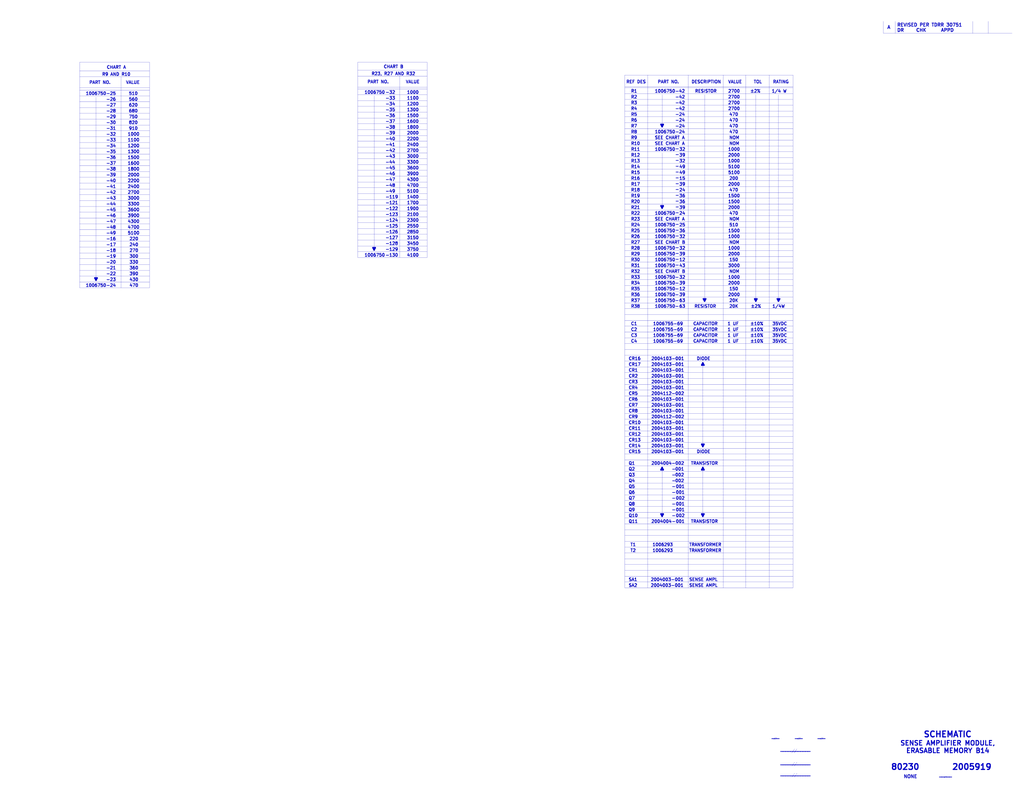
<source format=kicad_sch>
(kicad_sch (version 20211123) (generator eeschema)
  (paper "E")
  (polyline (pts (xy 681.99 286.385) (xy 865.505 286.385)) (stroke (width 0) (type solid)))
  (polyline (pts (xy 86.995 257.175) (xy 163.195 257.175)) (stroke (width 0) (type solid)))
  (polyline (pts (xy 767.08 487.68) (xy 765.81 485.14)) (stroke (width 1.524) (type solid)))
  (polyline (pts (xy 390.525 179.705) (xy 466.09 179.705)) (stroke (width 0) (type solid)))
  (polyline (pts (xy 86.995 193.675) (xy 163.195 193.675)) (stroke (width 0) (type solid)))
  (polyline (pts (xy 1030.4526 849.6046) (xy 1032.9926 847.0646)) (stroke (width 0) (type solid)))
  (polyline (pts (xy 789.305 81.915) (xy 789.305 641.985)) (stroke (width 0) (type solid)))
  (polyline (pts (xy 436.245 83.185) (xy 436.245 281.305)) (stroke (width 0) (type solid)))
  (polyline (pts (xy 722.63 510.54) (xy 721.36 513.08)) (stroke (width 1.524) (type solid)))
  (polyline (pts (xy 768.35 513.08) (xy 767.08 510.54)) (stroke (width 1.524) (type solid)))
  (polyline (pts (xy 681.99 438.785) (xy 865.505 438.785)) (stroke (width 0) (type solid)))
  (polyline (pts (xy 864.0826 848.9696) (xy 867.2576 844.5246)) (stroke (width 0) (type solid)))
  (polyline (pts (xy 86.995 301.625) (xy 163.195 301.625)) (stroke (width 0) (type solid)))
  (polyline (pts (xy 86.995 231.775) (xy 163.195 231.775)) (stroke (width 0) (type solid)))
  (polyline (pts (xy 706.755 641.985) (xy 706.755 81.915)) (stroke (width 0) (type solid)))
  (polyline (pts (xy 681.99 165.735) (xy 865.505 165.735)) (stroke (width 0) (type solid)))
  (polyline (pts (xy 895.1976 807.6946) (xy 897.1026 805.1546)) (stroke (width 0) (type solid)))
  (polyline (pts (xy 681.99 273.685) (xy 865.505 273.685)) (stroke (width 0) (type solid)))
  (polyline (pts (xy 390.525 192.405) (xy 466.09 192.405)) (stroke (width 0) (type solid)))
  (polyline (pts (xy 681.99 483.235) (xy 865.505 483.235)) (stroke (width 0) (type solid)))
  (polyline (pts (xy 86.995 67.945) (xy 86.995 314.325)) (stroke (width 0) (type solid)))
  (polyline (pts (xy 86.995 180.975) (xy 163.195 180.975)) (stroke (width 0) (type solid)))
  (polyline (pts (xy 681.99 381.635) (xy 865.505 381.635)) (stroke (width 0) (type solid)))
  (polyline (pts (xy 768.985 103.505) (xy 768.985 329.565)) (stroke (width 0) (type solid)))
  (polyline (pts (xy 86.995 104.775) (xy 163.195 104.775)) (stroke (width 0) (type solid)))
  (polyline (pts (xy 681.99 349.885) (xy 865.505 349.885)) (stroke (width 0) (type solid)))
  (polyline (pts (xy 681.99 159.385) (xy 865.505 159.385)) (stroke (width 0) (type solid)))
  (polyline (pts (xy 865.505 641.985) (xy 865.505 81.915)) (stroke (width 0) (type solid)))
  (polyline (pts (xy 86.995 238.125) (xy 163.195 238.125)) (stroke (width 0) (type solid)))
  (polyline (pts (xy 681.99 362.585) (xy 865.505 362.585)) (stroke (width 0) (type solid)))
  (polyline (pts (xy 1061.593 23.2918) (xy 1061.593 36.449)) (stroke (width 0) (type solid)))
  (polyline (pts (xy 722.63 510.54) (xy 722.63 564.515)) (stroke (width 0) (type solid)))
  (polyline (pts (xy 681.99 292.735) (xy 865.505 292.735)) (stroke (width 0) (type solid)))
  (polyline (pts (xy 390.525 116.205) (xy 466.09 116.205)) (stroke (width 0) (type solid)))
  (polyline (pts (xy 86.995 263.525) (xy 163.195 263.525)) (stroke (width 0) (type solid)))
  (polyline (pts (xy 104.775 306.07) (xy 103.505 303.53)) (stroke (width 1.524) (type solid)))
  (polyline (pts (xy 1078.5094 23.2664) (xy 1078.5094 36.4236)) (stroke (width 0) (type solid)))
  (polyline (pts (xy 681.99 622.935) (xy 865.505 622.935)) (stroke (width 0) (type solid)))
  (polyline (pts (xy 86.995 67.945) (xy 163.195 67.945)) (stroke (width 0) (type solid)))
  (polyline (pts (xy 826.135 326.39) (xy 824.865 328.93)) (stroke (width 1.524) (type solid)))
  (polyline (pts (xy 390.525 109.855) (xy 466.09 109.855)) (stroke (width 0) (type solid)))
  (polyline (pts (xy 681.99 94.615) (xy 865.505 94.615)) (stroke (width 0) (type solid)))
  (polyline (pts (xy 721.36 224.79) (xy 723.9 224.79)) (stroke (width 1.524) (type solid)))
  (polyline (pts (xy 681.99 572.135) (xy 865.505 572.135)) (stroke (width 0) (type solid)))
  (polyline (pts (xy 681.99 229.235) (xy 865.505 229.235)) (stroke (width 0) (type solid)))
  (polyline (pts (xy 871.7026 807.6946) (xy 873.6076 805.1546)) (stroke (width 0) (type solid)))
  (polyline (pts (xy 681.99 318.135) (xy 865.505 318.135)) (stroke (width 0) (type solid)))
  (polyline (pts (xy 86.995 117.475) (xy 163.195 117.475)) (stroke (width 0) (type solid)))
  (polyline (pts (xy 681.99 464.185) (xy 865.505 464.185)) (stroke (width 0) (type solid)))
  (polyline (pts (xy 132.08 314.325) (xy 132.08 83.82)) (stroke (width 0) (type solid)))
  (polyline (pts (xy 681.99 248.285) (xy 865.505 248.285)) (stroke (width 0) (type solid)))
  (polyline (pts (xy 681.99 502.285) (xy 865.505 502.285)) (stroke (width 0) (type solid)))
  (polyline (pts (xy 390.525 95.25) (xy 466.09 95.25)) (stroke (width 0) (type solid)))
  (polyline (pts (xy 845.6676 807.6946) (xy 847.5726 805.1546)) (stroke (width 0) (type solid)))
  (polyline (pts (xy 163.195 67.945) (xy 163.195 314.325)) (stroke (width 0) (type solid)))
  (polyline (pts (xy 104.775 306.705) (xy 104.775 106.045)) (stroke (width 0) (type solid)))
  (polyline (pts (xy 86.995 98.425) (xy 163.195 98.425)) (stroke (width 0) (type solid)))
  (polyline (pts (xy 681.99 184.785) (xy 865.505 184.785)) (stroke (width 0) (type solid)))
  (polyline (pts (xy 466.09 281.305) (xy 466.09 67.945)) (stroke (width 0) (type solid)))
  (polyline (pts (xy 681.99 343.535) (xy 865.505 343.535)) (stroke (width 0) (type solid)))
  (polyline (pts (xy 765.81 398.78) (xy 768.35 398.78)) (stroke (width 1.524) (type solid)))
  (polyline (pts (xy 681.99 216.535) (xy 865.505 216.535)) (stroke (width 0) (type solid)))
  (polyline (pts (xy 849.63 328.93) (xy 848.36 326.39)) (stroke (width 1.524) (type solid)))
  (polyline (pts (xy 390.525 76.835) (xy 466.09 76.835)) (stroke (width 0) (type solid)))
  (polyline (pts (xy 86.995 225.425) (xy 163.195 225.425)) (stroke (width 0) (type solid)))
  (polyline (pts (xy 390.525 167.005) (xy 466.09 167.005)) (stroke (width 0) (type solid)))
  (polyline (pts (xy 86.995 212.725) (xy 163.195 212.725)) (stroke (width 0) (type solid)))
  (polyline (pts (xy 866.6226 836.9046) (xy 869.7976 832.4596)) (stroke (width 0) (type solid)))
  (polyline (pts (xy 681.99 267.335) (xy 865.505 267.335)) (stroke (width 0) (type solid)))
  (polyline (pts (xy 86.995 142.875) (xy 163.195 142.875)) (stroke (width 0) (type solid)))
  (polyline (pts (xy 681.99 584.835) (xy 865.505 584.835)) (stroke (width 0) (type solid)))
  (polyline (pts (xy 390.525 103.505) (xy 466.09 103.505)) (stroke (width 0) (type solid)))
  (polyline (pts (xy 681.99 337.185) (xy 865.505 337.185)) (stroke (width 0) (type solid)))
  (polyline (pts (xy 86.995 206.375) (xy 163.195 206.375)) (stroke (width 0) (type solid)))
  (polyline (pts (xy 976.9094 23.2664) (xy 976.9094 36.4236)) (stroke (width 0) (type solid)))
  (polyline (pts (xy 681.99 457.835) (xy 865.505 457.835)) (stroke (width 0) (type solid)))
  (polyline (pts (xy 681.99 241.935) (xy 865.505 241.935)) (stroke (width 0) (type solid)))
  (polyline (pts (xy 390.525 160.655) (xy 466.09 160.655)) (stroke (width 0) (type solid)))
  (polyline (pts (xy 86.995 250.825) (xy 163.195 250.825)) (stroke (width 0) (type solid)))
  (polyline (pts (xy 390.525 236.855) (xy 466.09 236.855)) (stroke (width 0) (type solid)))
  (polyline (pts (xy 390.525 211.455) (xy 466.09 211.455)) (stroke (width 0) (type solid)))
  (polyline (pts (xy 86.995 269.875) (xy 163.195 269.875)) (stroke (width 0) (type solid)))
  (polyline (pts (xy 681.99 311.785) (xy 865.505 311.785)) (stroke (width 0) (type solid)))
  (polyline (pts (xy 681.99 495.935) (xy 865.505 495.935)) (stroke (width 0) (type solid)))
  (polyline (pts (xy 896.4676 807.6946) (xy 898.3726 805.1546)) (stroke (width 0) (type solid)))
  (polyline (pts (xy 681.99 451.485) (xy 865.505 451.485)) (stroke (width 0) (type solid)))
  (polyline (pts (xy 767.08 396.24) (xy 765.81 398.78)) (stroke (width 1.524) (type solid)))
  (polyline (pts (xy 839.47 81.915) (xy 839.47 641.985)) (stroke (width 0) (type solid)))
  (polyline (pts (xy 681.99 108.585) (xy 865.505 108.585)) (stroke (width 0) (type solid)))
  (polyline (pts (xy 86.995 244.475) (xy 163.195 244.475)) (stroke (width 0) (type solid)))
  (polyline (pts (xy 681.99 400.685) (xy 865.505 400.685)) (stroke (width 0) (type solid)))
  (polyline (pts (xy 681.99 641.985) (xy 865.505 641.985)) (stroke (width 0) (type solid)))
  (polyline (pts (xy 681.99 514.985) (xy 865.505 514.985)) (stroke (width 0) (type solid)))
  (polyline (pts (xy 681.99 254.635) (xy 865.505 254.635)) (stroke (width 0) (type solid)))
  (polyline (pts (xy 390.525 128.905) (xy 466.09 128.905)) (stroke (width 0) (type solid)))
  (polyline (pts (xy 86.995 219.075) (xy 163.195 219.075)) (stroke (width 0) (type solid)))
  (polyline (pts (xy 721.36 561.34) (xy 723.9 561.34)) (stroke (width 1.524) (type solid)))
  (polyline (pts (xy 681.99 114.935) (xy 865.505 114.935)) (stroke (width 0) (type solid)))
  (polyline (pts (xy 681.99 81.915) (xy 681.99 641.985)) (stroke (width 0) (type solid)))
  (polyline (pts (xy 681.99 305.435) (xy 865.505 305.435)) (stroke (width 0) (type solid)))
  (polyline (pts (xy 407.035 270.51) (xy 409.575 270.51)) (stroke (width 1.524) (type solid)))
  (polyline (pts (xy 681.99 603.885) (xy 865.505 603.885)) (stroke (width 0) (type solid)))
  (polyline (pts (xy 86.995 111.125) (xy 163.195 111.125)) (stroke (width 0) (type solid)))
  (polyline (pts (xy 681.99 203.835) (xy 865.505 203.835)) (stroke (width 0) (type solid)))
  (polyline (pts (xy 723.9 135.89) (xy 722.63 138.43)) (stroke (width 1.524) (type solid)))
  (polyline (pts (xy 765.81 513.08) (xy 768.35 513.08)) (stroke (width 1.524) (type solid)))
  (polyline (pts (xy 681.99 178.435) (xy 865.505 178.435)) (stroke (width 0) (type solid)))
  (polyline (pts (xy 681.99 578.485) (xy 865.505 578.485)) (stroke (width 0) (type solid)))
  (polyline (pts (xy 681.99 140.335) (xy 865.505 140.335)) (stroke (width 0) (type solid)))
  (polyline (pts (xy 681.99 127.635) (xy 865.505 127.635)) (stroke (width 0) (type solid)))
  (polyline (pts (xy 408.305 273.685) (xy 408.305 104.775)) (stroke (width 0) (type solid)))
  (polyline (pts (xy 390.525 268.605) (xy 466.09 268.605)) (stroke (width 0) (type solid)))
  (polyline (pts (xy 390.525 97.155) (xy 466.09 97.155)) (stroke (width 0) (type solid)))
  (polyline (pts (xy 768.985 328.93) (xy 767.715 326.39)) (stroke (width 1.524) (type solid)))
  (polyline (pts (xy 390.525 67.945) (xy 390.525 281.305)) (stroke (width 0) (type solid)))
  (polyline (pts (xy 390.525 205.105) (xy 466.09 205.105)) (stroke (width 0) (type solid)))
  (polyline (pts (xy 86.995 161.925) (xy 163.195 161.925)) (stroke (width 0) (type solid)))
  (polyline (pts (xy 390.525 147.955) (xy 466.09 147.955)) (stroke (width 0) (type solid)))
  (polyline (pts (xy 681.99 419.735) (xy 865.505 419.735)) (stroke (width 0) (type solid)))
  (polyline (pts (xy 681.99 489.585) (xy 865.505 489.585)) (stroke (width 0) (type solid)))
  (polyline (pts (xy 824.865 328.93) (xy 823.595 326.39)) (stroke (width 1.524) (type solid)))
  (polyline (pts (xy 390.525 173.355) (xy 466.09 173.355)) (stroke (width 0) (type solid)))
  (polyline (pts (xy 866.6226 822.2996) (xy 869.7976 817.8546)) (stroke (width 0) (type solid)))
  (polyline (pts (xy 765.81 485.14) (xy 768.35 485.14)) (stroke (width 1.524) (type solid)))
  (polyline (pts (xy 86.995 200.025) (xy 163.195 200.025)) (stroke (width 0) (type solid)))
  (polyline (pts (xy 86.995 288.925) (xy 163.195 288.925)) (stroke (width 0) (type solid)))
  (polyline (pts (xy 864.0826 822.2996) (xy 867.2576 817.8546)) (stroke (width 0) (type solid)))
  (polyline (pts (xy 681.99 445.135) (xy 865.505 445.135)) (stroke (width 0) (type solid)))
  (polyline (pts (xy 767.08 563.88) (xy 765.81 561.34)) (stroke (width 1.524) (type solid)))
  (polyline (pts (xy 681.99 476.885) (xy 865.505 476.885)) (stroke (width 0) (type solid)))
  (polyline (pts (xy 681.99 172.085) (xy 865.505 172.085)) (stroke (width 0) (type solid)))
  (polyline (pts (xy 681.99 394.335) (xy 865.505 394.335)) (stroke (width 0) (type solid)))
  (polyline (pts (xy 767.715 326.39) (xy 770.255 326.39)) (stroke (width 1.524) (type solid)))
  (polyline (pts (xy 390.525 135.255) (xy 466.09 135.255)) (stroke (width 0) (type solid)))
  (polyline (pts (xy 681.99 356.235) (xy 865.505 356.235)) (stroke (width 0) (type solid)))
  (polyline (pts (xy 681.99 299.085) (xy 865.505 299.085)) (stroke (width 0) (type solid)))
  (polyline (pts (xy 390.525 249.555) (xy 466.09 249.555)) (stroke (width 0) (type solid)))
  (polyline (pts (xy 390.525 83.185) (xy 466.09 83.185)) (stroke (width 0) (type solid)))
  (polyline (pts (xy 767.08 510.54) (xy 767.08 564.515)) (stroke (width 0) (type solid)))
  (polyline (pts (xy 721.36 513.08) (xy 723.9 513.08)) (stroke (width 1.524) (type solid)))
  (polyline (pts (xy 681.99 407.035) (xy 865.505 407.035)) (stroke (width 0) (type solid)))
  (polyline (pts (xy 86.995 307.975) (xy 163.195 307.975)) (stroke (width 0) (type solid)))
  (polyline (pts (xy 681.99 616.585) (xy 865.505 616.585)) (stroke (width 0) (type solid)))
  (polyline (pts (xy 86.995 187.325) (xy 163.195 187.325)) (stroke (width 0) (type solid)))
  (polyline (pts (xy 722.63 167.005) (xy 722.63 227.965)) (stroke (width 0) (type solid)))
  (polyline (pts (xy 681.99 324.485) (xy 865.505 324.485)) (stroke (width 0) (type solid)))
  (polyline (pts (xy 681.99 540.385) (xy 865.505 540.385)) (stroke (width 0) (type solid)))
  (polyline (pts (xy 681.99 610.235) (xy 865.505 610.235)) (stroke (width 0) (type solid)))
  (polyline (pts (xy 768.35 485.14) (xy 767.08 487.68)) (stroke (width 1.524) (type solid)))
  (polyline (pts (xy 770.255 326.39) (xy 768.985 328.93)) (stroke (width 1.524) (type solid)))
  (polyline (pts (xy 681.99 102.235) (xy 865.505 102.235)) (stroke (width 0) (type solid)))
  (polyline (pts (xy 86.995 83.82) (xy 163.195 83.82)) (stroke (width 0) (type solid)))
  (polyline (pts (xy 722.63 227.33) (xy 721.36 224.79)) (stroke (width 1.524) (type solid)))
  (polyline (pts (xy 86.995 276.225) (xy 163.195 276.225)) (stroke (width 0) (type solid)))
  (polyline (pts (xy 681.99 280.035) (xy 865.505 280.035)) (stroke (width 0) (type solid)))
  (polyline (pts (xy 848.36 326.39) (xy 850.9 326.39)) (stroke (width 1.524) (type solid)))
  (polyline (pts (xy 681.99 413.385) (xy 865.505 413.385)) (stroke (width 0) (type solid)))
  (polyline (pts (xy 814.07 641.985) (xy 814.07 81.915)) (stroke (width 0) (type solid)))
  (polyline (pts (xy 86.995 95.885) (xy 163.195 95.885)) (stroke (width 0) (type solid)))
  (polyline (pts (xy 850.9 326.39) (xy 849.63 328.93)) (stroke (width 1.524) (type solid)))
  (polyline (pts (xy 681.99 260.985) (xy 865.505 260.985)) (stroke (width 0) (type solid)))
  (polyline (pts (xy 86.995 136.525) (xy 163.195 136.525)) (stroke (width 0) (type solid)))
  (polyline (pts (xy 681.99 635.635) (xy 865.505 635.635)) (stroke (width 0) (type solid)))
  (polyline (pts (xy 681.99 432.435) (xy 865.505 432.435)) (stroke (width 0) (type solid)))
  (polyline (pts (xy 768.35 398.78) (xy 767.08 396.24)) (stroke (width 1.524) (type solid)))
  (polyline (pts (xy 681.99 565.785) (xy 865.505 565.785)) (stroke (width 0) (type solid)))
  (polyline (pts (xy 681.99 330.835) (xy 865.505 330.835)) (stroke (width 0) (type solid)))
  (polyline (pts (xy 390.525 198.755) (xy 466.09 198.755)) (stroke (width 0) (type solid)))
  (polyline (pts (xy 390.525 67.945) (xy 466.09 67.945)) (stroke (width 0) (type solid)))
  (polyline (pts (xy 681.99 81.915) (xy 865.505 81.915)) (stroke (width 0) (type solid)))
  (polyline (pts (xy 390.525 154.305) (xy 466.09 154.305)) (stroke (width 0) (type solid)))
  (polyline (pts (xy 681.99 191.135) (xy 865.505 191.135)) (stroke (width 0) (type solid)))
  (polyline (pts (xy 681.99 133.985) (xy 865.505 133.985)) (stroke (width 0) (type solid)))
  (polyline (pts (xy 86.995 149.225) (xy 163.195 149.225)) (stroke (width 0) (type solid)))
  (polyline (pts (xy 964.2094 23.2664) (xy 964.2094 36.4236)) (stroke (width 0) (type solid)))
  (polyline (pts (xy 866.6226 848.9696) (xy 869.7976 844.5246)) (stroke (width 0) (type solid)))
  (polyline (pts (xy 681.99 508.635) (xy 865.505 508.635)) (stroke (width 0) (type solid)))
  (polyline (pts (xy 723.9 513.08) (xy 722.63 510.54)) (stroke (width 1.524) (type solid)))
  (polyline (pts (xy 86.995 155.575) (xy 163.195 155.575)) (stroke (width 0) (type solid)))
  (polyline (pts (xy 86.995 282.575) (xy 163.195 282.575)) (stroke (width 0) (type solid)))
  (polyline (pts (xy 844.3976 807.6946) (xy 846.3026 805.1546)) (stroke (width 0) (type solid)))
  (polyline (pts (xy 721.36 135.89) (xy 723.9 135.89)) (stroke (width 1.524) (type solid)))
  (polyline (pts (xy 681.99 368.935) (xy 865.505 368.935)) (stroke (width 0) (type solid)))
  (polyline (pts (xy 722.63 138.43) (xy 721.36 135.89)) (stroke (width 1.524) (type solid)))
  (polyline (pts (xy 681.99 527.685) (xy 865.505 527.685)) (stroke (width 0) (type solid)))
  (polyline (pts (xy 86.995 314.325) (xy 163.195 314.325)) (stroke (width 0) (type solid)))
  (polyline (pts (xy 681.99 222.885) (xy 865.505 222.885)) (stroke (width 0) (type solid)))
  (polyline (pts (xy 86.995 123.825) (xy 163.195 123.825)) (stroke (width 0) (type solid)))
  (polyline (pts (xy 864.0826 836.9046) (xy 867.2576 832.4596)) (stroke (width 0) (type solid)))
  (polyline (pts (xy 390.525 274.955) (xy 466.09 274.955)) (stroke (width 0) (type solid)))
  (polyline (pts (xy 765.81 561.34) (xy 768.35 561.34)) (stroke (width 1.524) (type solid)))
  (polyline (pts (xy 390.525 122.555) (xy 466.09 122.555)) (stroke (width 0) (type solid)))
  (polyline (pts (xy 106.045 303.53) (xy 104.775 306.07)) (stroke (width 1.524) (type solid)))
  (polyline (pts (xy 681.99 95.885) (xy 865.505 95.885)) (stroke (width 0) (type solid)))
  (polyline (pts (xy 681.99 153.035) (xy 865.505 153.035)) (stroke (width 0) (type solid)))
  (polyline (pts (xy 681.99 387.985) (xy 865.505 387.985)) (stroke (width 0) (type solid)))
  (polyline (pts (xy 86.995 168.275) (xy 163.195 168.275)) (stroke (width 0) (type solid)))
  (polyline (pts (xy 681.99 210.185) (xy 865.505 210.185)) (stroke (width 0) (type solid)))
  (polyline (pts (xy 681.99 553.085) (xy 865.505 553.085)) (stroke (width 0) (type solid)))
  (polyline (pts (xy 751.205 641.985) (xy 751.205 81.915)) (stroke (width 0) (type solid)))
  (polyline (pts (xy 870.4326 807.6946) (xy 872.3376 805.1546)) (stroke (width 0) (type solid)))
  (polyline (pts (xy 86.995 174.625) (xy 163.195 174.625)) (stroke (width 0) (type solid)))
  (polyline (pts (xy 390.525 281.305) (xy 466.09 281.305)) (stroke (width 0) (type solid)))
  (polyline (pts (xy 681.99 629.285) (xy 865.505 629.285)) (stroke (width 0) (type solid)))
  (polyline (pts (xy 86.995 295.275) (xy 163.195 295.275)) (stroke (width 0) (type solid)))
  (polyline (pts (xy 681.99 597.535) (xy 865.505 597.535)) (stroke (width 0) (type solid)))
  (polyline (pts (xy 681.99 235.585) (xy 865.505 235.585)) (stroke (width 0) (type solid)))
  (polyline (pts (xy 681.99 426.085) (xy 865.505 426.085)) (stroke (width 0) (type solid)))
  (polyline (pts (xy 103.505 303.53) (xy 106.045 303.53)) (stroke (width 1.524) (type solid)))
  (polyline (pts (xy 681.99 375.285) (xy 865.505 375.285)) (stroke (width 0) (type solid)))
  (polyline (pts (xy 681.99 197.485) (xy 865.505 197.485)) (stroke (width 0) (type solid)))
  (polyline (pts (xy 86.995 77.47) (xy 163.195 77.47)) (stroke (width 0) (type solid)))
  (polyline (pts (xy 849.63 103.505) (xy 849.63 329.565)) (stroke (width 0) (type solid)))
  (polyline (pts (xy 390.525 262.255) (xy 466.09 262.255)) (stroke (width 0) (type solid)))
  (polyline (pts (xy 824.865 329.565) (xy 824.865 103.505)) (stroke (width 0) (type solid)))
  (polyline (pts (xy 681.99 559.435) (xy 865.505 559.435)) (stroke (width 0) (type solid)))
  (polyline (pts (xy 681.99 534.035) (xy 865.505 534.035)) (stroke (width 0) (type solid)))
  (polyline (pts (xy 390.525 230.505) (xy 466.09 230.505)) (stroke (width 0) (type solid)))
  (polyline (pts (xy 964.2094 36.3982) (xy 964.2348 36.3982)) (stroke (width 0) (type solid)))
  (polyline (pts (xy 681.99 121.285) (xy 865.505 121.285)) (stroke (width 0) (type solid)))
  (polyline (pts (xy 767.08 510.54) (xy 765.81 513.08)) (stroke (width 1.524) (type solid)))
  (polyline (pts (xy 390.525 217.805) (xy 466.09 217.805)) (stroke (width 0) (type solid)))
  (polyline (pts (xy 767.08 395.605) (xy 767.08 488.315)) (stroke (width 0) (type solid)))
  (polyline (pts (xy 86.995 130.175) (xy 163.195 130.175)) (stroke (width 0) (type solid)))
  (polyline (pts (xy 681.99 470.535) (xy 865.505 470.535)) (stroke (width 0) (type solid)))
  (polyline (pts (xy 681.99 591.185) (xy 865.505 591.185)) (stroke (width 0) (type solid)))
  (polyline (pts (xy 964.2856 36.449) (xy 1104.6206 36.449)) (stroke (width 0) (type solid)))
  (polyline (pts (xy 390.525 186.055) (xy 466.09 186.055)) (stroke (width 0) (type solid)))
  (polyline (pts (xy 390.525 224.155) (xy 466.09 224.155)) (stroke (width 0) (type solid)))
  (polyline (pts (xy 722.63 563.88) (xy 721.36 561.34)) (stroke (width 1.524) (type solid)))
  (polyline (pts (xy 390.525 141.605) (xy 466.09 141.605)) (stroke (width 0) (type solid)))
  (polyline (pts (xy 390.525 243.205) (xy 466.09 243.205)) (stroke (width 0) (type solid)))
  (polyline (pts (xy 409.575 270.51) (xy 408.305 273.05)) (stroke (width 1.524) (type solid)))
  (polyline (pts (xy 681.99 546.735) (xy 865.505 546.735)) (stroke (width 0) (type solid)))
  (polyline (pts (xy 390.525 255.905) (xy 466.09 255.905)) (stroke (width 0) (type solid)))
  (polyline (pts (xy 723.9 224.79) (xy 722.63 227.33)) (stroke (width 1.524) (type solid)))
  (polyline (pts (xy 681.99 146.685) (xy 865.505 146.685)) (stroke (width 0) (type solid)))
  (polyline (pts (xy 408.305 273.05) (xy 407.035 270.51)) (stroke (width 1.524) (type solid)))
  (polyline (pts (xy 722.63 103.505) (xy 722.63 138.43)) (stroke (width 0) (type solid)))
  (polyline (pts (xy 823.595 326.39) (xy 826.135 326.39)) (stroke (width 1.524) (type solid)))
  (polyline (pts (xy 681.99 521.335) (xy 865.505 521.335)) (stroke (width 0) (type solid)))
  (polyline (pts (xy 768.35 561.34) (xy 767.08 563.88)) (stroke (width 1.524) (type solid)))
  (polyline (pts (xy 723.9 561.34) (xy 722.63 563.88)) (stroke (width 1.524) (type solid)))
  (text "Q7" (at 685.8 546.1 0) (effects (font (size 3.302 3.302) (thickness 0.6604) bold) (justify left bottom)))
  (text "32" (at 741.045 165.1 0) (effects (font (size 3.302 3.302) (thickness 0.6604) bold) (justify left bottom)))
  (text "1006750-" (at 714.375 323.85 0) (effects (font (size 3.302 3.302) (thickness 0.6604) bold) (justify left bottom)))
  (text "-" (at 732.79 514.35 0) (effects (font (size 3.302 3.302) (thickness 0.6604) bold) (justify left bottom)))
  (text "2004103-001" (at 710.565 476.25 0) (effects (font (size 3.302 3.302) (thickness 0.6604) bold) (justify left bottom)))
  (text "____________" (at 851.3826 821.0296 0) (effects (font (size 3.556 3.556) (thickness 0.7112) bold) (justify left bottom)))
  (text "3300" (at 139.065 224.79 0) (effects (font (size 3.302 3.302) (thickness 0.6604) bold) (justify left bottom)))
  (text "R17" (at 688.34 203.2 0) (effects (font (size 3.302 3.302) (thickness 0.6604) bold) (justify left bottom)))
  (text "4300" (at 443.865 198.12 0) (effects (font (size 3.302 3.302) (thickness 0.6604) bold) (justify left bottom)))
  (text "2004103-001" (at 710.565 412.75 0) (effects (font (size 3.302 3.302) (thickness 0.6604) bold) (justify left bottom)))
  (text "R7" (at 688.34 139.7 0) (effects (font (size 3.302 3.302) (thickness 0.6604) bold) (justify left bottom)))
  (text "2000" (at 794.385 228.6 0) (effects (font (size 3.302 3.302) (thickness 0.6604) bold) (justify left bottom)))
  (text "-40" (at 420.37 153.67 0) (effects (font (size 3.302 3.302) (thickness 0.6604) bold) (justify left bottom)))
  (text "-30" (at 115.57 135.89 0) (effects (font (size 3.302 3.302) (thickness 0.6604) bold) (justify left bottom)))
  (text "±10%" (at 818.515 355.6 0) (effects (font (size 3.302 3.302) (thickness 0.6604) bold) (justify left bottom)))
  (text "-45" (at 115.57 231.14 0) (effects (font (size 3.302 3.302) (thickness 0.6604) bold) (justify left bottom)))
  (text "2000" (at 794.385 323.85 0) (effects (font (size 3.302 3.302) (thickness 0.6604) bold) (justify left bottom)))
  (text "24" (at 741.045 209.55 0) (effects (font (size 3.302 3.302) (thickness 0.6604) bold) (justify left bottom)))
  (text "-43" (at 115.57 218.44 0) (effects (font (size 3.302 3.302) (thickness 0.6604) bold) (justify left bottom)))
  (text "2004112-002" (at 710.565 457.2 0) (effects (font (size 3.302 3.302) (thickness 0.6604) bold) (justify left bottom)))
  (text "-44" (at 420.37 179.07 0) (effects (font (size 3.302 3.302) (thickness 0.6604) bold) (justify left bottom)))
  (text "CR2" (at 685.8 412.75 0) (effects (font (size 3.302 3.302) (thickness 0.6604) bold) (justify left bottom)))
  (text "-42" (at 736.6 120.65 0) (effects (font (size 3.302 3.302) (thickness 0.6604) bold) (justify left bottom)))
  (text "NOM" (at 795.655 152.4 0) (effects (font (size 3.302 3.302) (thickness 0.6604) bold) (justify left bottom)))
  (text "12" (at 741.045 317.5 0) (effects (font (size 3.302 3.302) (thickness 0.6604) bold) (justify left bottom)))
  (text "35VDC" (at 842.645 368.3 0) (effects (font (size 3.302 3.302) (thickness 0.6604) bold) (justify left bottom)))
  (text "-" (at 736.6 259.715 0) (effects (font (size 3.302 3.302) (thickness 0.6604) bold) (justify left bottom)))
  (text "-20" (at 115.57 288.29 0) (effects (font (size 3.302 3.302) (thickness 0.6604) bold) (justify left bottom)))
  (text "-27" (at 115.57 116.84 0) (effects (font (size 3.302 3.302) (thickness 0.6604) bold) (justify left bottom)))
  (text "1006293" (at 711.835 603.25 0) (effects (font (size 3.302 3.302) (thickness 0.6604) bold) (justify left bottom)))
  (text "3450" (at 443.865 267.97 0) (effects (font (size 3.302 3.302) (thickness 0.6604) bold) (justify left bottom)))
  (text "2400" (at 443.865 160.02 0) (effects (font (size 3.302 3.302) (thickness 0.6604) bold) (justify left bottom)))
  (text "PART NO." (at 717.55 91.44 0) (effects (font (size 3.302 3.302) (thickness 0.6604) bold) (justify left bottom)))
  (text "R28" (at 688.34 273.05 0) (effects (font (size 3.302 3.302) (thickness 0.6604) bold) (justify left bottom)))
  (text "43" (at 741.045 292.1 0) (effects (font (size 3.302 3.302) (thickness 0.6604) bold) (justify left bottom)))
  (text "-" (at 736.6 202.565 0) (effects (font (size 3.302 3.302) (thickness 0.6604) bold) (justify left bottom)))
  (text "PART NO." (at 400.685 91.44 0) (effects (font (size 3.302 3.302) (thickness 0.6604) bold) (justify left bottom)))
  (text "2004003-001" (at 709.93 635 0) (effects (font (size 3.302 3.302) (thickness 0.6604) bold) (justify left bottom)))
  (text "SEE CHART A" (at 714.375 241.3 0) (effects (font (size 3.302 3.302) (thickness 0.6604) bold) (justify left bottom)))
  (text "-48" (at 115.57 250.19 0) (effects (font (size 3.302 3.302) (thickness 0.6604) bold) (justify left bottom)))
  (text "VALUE" (at 442.595 91.44 0) (effects (font (size 3.302 3.302) (thickness 0.6604) bold) (justify left bottom)))
  (text "36" (at 741.045 222.25 0) (effects (font (size 3.302 3.302) (thickness 0.6604) bold) (justify left bottom)))
  (text "4700" (at 443.865 204.47 0) (effects (font (size 3.302 3.302) (thickness 0.6604) bold) (justify left bottom)))
  (text "-16" (at 115.57 262.89 0) (effects (font (size 3.302 3.302) (thickness 0.6604) bold) (justify left bottom)))
  (text "-42" (at 736.6 107.95 0) (effects (font (size 3.302 3.302) (thickness 0.6604) bold) (justify left bottom)))
  (text "1 UF" (at 793.75 361.95 0) (effects (font (size 3.302 3.302) (thickness 0.6604) bold) (justify left bottom)))
  (text "1006750-" (at 714.375 336.55 0) (effects (font (size 3.302 3.302) (thickness 0.6604) bold) (justify left bottom)))
  (text "-31" (at 115.57 142.24 0) (effects (font (size 3.302 3.302) (thickness 0.6604) bold) (justify left bottom)))
  (text "-35" (at 115.57 167.64 0) (effects (font (size 3.302 3.302) (thickness 0.6604) bold) (justify left bottom)))
  (text "-41" (at 420.37 160.02 0) (effects (font (size 3.302 3.302) (thickness 0.6604) bold) (justify left bottom)))
  (text "-" (at 736.6 253.365 0) (effects (font (size 3.302 3.302) (thickness 0.6604) bold) (justify left bottom)))
  (text "-17" (at 115.57 269.24 0) (effects (font (size 3.302 3.302) (thickness 0.6604) bold) (justify left bottom)))
  (text "RATING" (at 843.28 91.44 0) (effects (font (size 3.302 3.302) (thickness 0.6604) bold) (justify left bottom)))
  (text "R36" (at 688.34 323.85 0) (effects (font (size 3.302 3.302) (thickness 0.6604) bold) (justify left bottom)))
  (text "-123" (at 420.37 236.22 0) (effects (font (size 3.302 3.302) (thickness 0.6604) bold) (justify left bottom)))
  (text "DIODE" (at 760.095 393.7 0) (effects (font (size 3.302 3.302) (thickness 0.6604) bold) (justify left bottom)))
  (text "TRANSFORMER" (at 751.84 596.9 0) (effects (font (size 3.302 3.302) (thickness 0.6604) bold) (justify left bottom)))
  (text "1006750" (at 714.375 101.6 0) (effects (font (size 3.302 3.302) (thickness 0.6604) bold) (justify left bottom)))
  (text "39" (at 741.045 279.4 0) (effects (font (size 3.302 3.302) (thickness 0.6604) bold) (justify left bottom)))
  (text "-42" (at 420.37 166.37 0) (effects (font (size 3.302 3.302) (thickness 0.6604) bold) (justify left bottom)))
  (text "-" (at 732.79 527.05 0) (effects (font (size 3.302 3.302) (thickness 0.6604) bold) (justify left bottom)))
  (text "C2" (at 688.34 361.95 0) (effects (font (size 3.302 3.302) (thickness 0.6604) bold) (justify left bottom)))
  (text "CR1" (at 685.8 406.4 0) (effects (font (size 3.302 3.302) (thickness 0.6604) bold) (justify left bottom)))
  (text "-36" (at 115.57 173.99 0) (effects (font (size 3.302 3.302) (thickness 0.6604) bold) (justify left bottom)))
  (text "1500" (at 794.385 222.25 0) (effects (font (size 3.302 3.302) (thickness 0.6604) bold) (justify left bottom)))
  (text "C3" (at 688.34 368.3 0) (effects (font (size 3.302 3.302) (thickness 0.6604) bold) (justify left bottom)))
  (text "R9" (at 688.34 152.4 0) (effects (font (size 3.302 3.302) (thickness 0.6604) bold) (justify left bottom)))
  (text "NOM" (at 795.655 241.3 0) (effects (font (size 3.302 3.302) (thickness 0.6604) bold) (justify left bottom)))
  (text "430" (at 140.97 307.34 0) (effects (font (size 3.302 3.302) (thickness 0.6604) bold) (justify left bottom)))
  (text "2004103-001" (at 710.565 438.15 0) (effects (font (size 3.302 3.302) (thickness 0.6604) bold) (justify left bottom)))
  (text "470" (at 795.655 146.05 0) (effects (font (size 3.302 3.302) (thickness 0.6604) bold) (justify left bottom)))
  (text "1600" (at 139.065 180.34 0) (effects (font (size 3.302 3.302) (thickness 0.6604) bold) (justify left bottom)))
  (text "20K" (at 795.655 336.55 0) (effects (font (size 3.302 3.302) (thickness 0.6604) bold) (justify left bottom)))
  (text "1006750-" (at 714.375 330.2 0) (effects (font (size 3.302 3.302) (thickness 0.6604) bold) (justify left bottom)))
  (text "1500" (at 443.865 128.27 0) (effects (font (size 3.302 3.302) (thickness 0.6604) bold) (justify left bottom)))
  (text "-40" (at 115.57 199.39 0) (effects (font (size 3.302 3.302) (thickness 0.6604) bold) (justify left bottom)))
  (text "-" (at 732.79 533.4 0) (effects (font (size 3.302 3.302) (thickness 0.6604) bold) (justify left bottom)))
  (text "CR4" (at 685.8 425.45 0) (effects (font (size 3.302 3.302) (thickness 0.6604) bold) (justify left bottom)))
  (text "CR16" (at 685.8 393.7 0) (effects (font (size 3.302 3.302) (thickness 0.6604) bold) (justify left bottom)))
  (text "15" (at 741.045 196.85 0) (effects (font (size 3.302 3.302) (thickness 0.6604) bold) (justify left bottom)))
  (text "-" (at 736.6 234.315 0) (effects (font (size 3.302 3.302) (thickness 0.6604) bold) (justify left bottom)))
  (text "1006750" (at 714.375 292.1 0) (effects (font (size 3.302 3.302) (thickness 0.6604) bold) (justify left bottom)))
  (text "CR8" (at 685.8 450.85 0) (effects (font (size 3.302 3.302) (thickness 0.6604) bold) (justify left bottom)))
  (text "1000" (at 794.385 165.1 0) (effects (font (size 3.302 3.302) (thickness 0.6604) bold) (justify left bottom)))
  (text "002" (at 736.6 527.05 0) (effects (font (size 3.302 3.302) (thickness 0.6604) bold) (justify left bottom)))
  (text "330" (at 140.97 288.29 0) (effects (font (size 3.302 3.302) (thickness 0.6604) bold) (justify left bottom)))
  (text "-49" (at 420.37 210.82 0) (effects (font (size 3.302 3.302) (thickness 0.6604) bold) (justify left bottom)))
  (text "R32" (at 688.34 298.45 0) (effects (font (size 3.302 3.302) (thickness 0.6604) bold) (justify left bottom)))
  (text "470" (at 795.655 139.7 0) (effects (font (size 3.302 3.302) (thickness 0.6604) bold) (justify left bottom)))
  (text "-42" (at 115.57 212.09 0) (effects (font (size 3.302 3.302) (thickness 0.6604) bold) (justify left bottom)))
  (text "1800" (at 443.865 140.97 0) (effects (font (size 3.302 3.302) (thickness 0.6604) bold) (justify left bottom)))
  (text "820" (at 140.335 135.89 0) (effects (font (size 3.302 3.302) (thickness 0.6604) bold) (justify left bottom)))
  (text "-24" (at 736.6 139.7 0) (effects (font (size 3.302 3.302) (thickness 0.6604) bold) (justify left bottom)))
  (text "REF DES" (at 683.26 91.44 0) (effects (font (size 3.302 3.302) (thickness 0.6604) bold) (justify left bottom)))
  (text "1100" (at 443.865 109.22 0) (effects (font (size 3.302 3.302) (thickness 0.6604) bold) (justify left bottom)))
  (text "1600" (at 443.865 134.62 0) (effects (font (size 3.302 3.302) (thickness 0.6604) bold) (justify left bottom)))
  (text "R29" (at 688.34 279.4 0) (effects (font (size 3.302 3.302) (thickness 0.6604) bold) (justify left bottom)))
  (text "-" (at 736.6 208.915 0) (effects (font (size 3.302 3.302) (thickness 0.6604) bold) (justify left bottom)))
  (text "R33" (at 688.34 304.8 0) (effects (font (size 3.302 3.302) (thickness 0.6604) bold) (justify left bottom)))
  (text "2004103-001" (at 710.565 469.9 0) (effects (font (size 3.302 3.302) (thickness 0.6604) bold) (justify left bottom)))
  (text "R9 AND R10" (at 111.125 83.185 0) (effects (font (size 3.302 3.302) (thickness 0.6604) bold) (justify left bottom)))
  (text "-" (at 736.6 285.115 0) (effects (font (size 3.302 3.302) (thickness 0.6604) bold) (justify left bottom)))
  (text "CR3" (at 685.8 419.1 0) (effects (font (size 3.302 3.302) (thickness 0.6604) bold) (justify left bottom)))
  (text "Q3" (at 685.8 520.7 0) (effects (font (size 3.302 3.302) (thickness 0.6604) bold) (justify left bottom)))
  (text "1006755-69" (at 712.47 361.95 0) (effects (font (size 3.302 3.302) (thickness 0.6604) bold) (justify left bottom)))
  (text "R6" (at 688.34 133.35 0) (effects (font (size 3.302 3.302) (thickness 0.6604) bold) (justify left bottom)))
  (text "1200" (at 443.865 115.57 0) (effects (font (size 3.302 3.302) (thickness 0.6604) bold) (justify left bottom)))
  (text "2004103-001" (at 710.565 406.4 0) (effects (font (size 3.302 3.302) (thickness 0.6604) bold) (justify left bottom)))
  (text "R18" (at 688.34 209.55 0) (effects (font (size 3.302 3.302) (thickness 0.6604) bold) (justify left bottom)))
  (text "-25" (at 115.57 104.14 0) (effects (font (size 3.302 3.302) (thickness 0.6604) bold) (justify left bottom)))
  (text "1000" (at 794.385 177.8 0) (effects (font (size 3.302 3.302) (thickness 0.6604) bold) (justify left bottom)))
  (text "R23" (at 688.34 241.3 0) (effects (font (size 3.302 3.302) (thickness 0.6604) bold) (justify left bottom)))
  (text "20K" (at 795.655 330.2 0) (effects (font (size 3.302 3.302) (thickness 0.6604) bold) (justify left bottom)))
  (text "R3" (at 688.34 114.3 0) (effects (font (size 3.302 3.302) (thickness 0.6604) bold) (justify left bottom)))
  (text "SEE CHART A" (at 714.375 158.75 0) (effects (font (size 3.302 3.302) (thickness 0.6604) bold) (justify left bottom)))
  (text "1500" (at 794.385 215.9 0) (effects (font (size 3.302 3.302) (thickness 0.6604) bold) (justify left bottom)))
  (text "1000" (at 794.385 260.35 0) (effects (font (size 3.302 3.302) (thickness 0.6604) bold) (justify left bottom)))
  (text "C4" (at 688.34 374.65 0) (effects (font (size 3.302 3.302) (thickness 0.6604) bold) (justify left bottom)))
  (text "2004103-001" (at 710.565 444.5 0) (effects (font (size 3.302 3.302) (thickness 0.6604) bold) (justify left bottom)))
  (text "1000" (at 794.385 273.05 0) (effects (font (size 3.302 3.302) (thickness 0.6604) bold) (justify left bottom)))
  (text "1006755-69" (at 712.47 368.3 0) (effects (font (size 3.302 3.302) (thickness 0.6604) bold) (justify left bottom)))
  (text "1006750-" (at 714.375 304.8 0) (effects (font (size 3.302 3.302) (thickness 0.6604) bold) (justify left bottom)))
  (text "1006750" (at 714.375 146.05 0) (effects (font (size 3.302 3.302) (thickness 0.6604) bold) (justify left bottom)))
  (text "VALUE" (at 137.16 92.075 0) (effects (font (size 3.302 3.302) (thickness 0.6604) bold) (justify left bottom)))
  (text "2000" (at 794.385 171.45 0) (effects (font (size 3.302 3.302) (thickness 0.6604) bold) (justify left bottom)))
  (text "TOL" (at 822.325 91.44 0) (effects (font (size 3.302 3.302) (thickness 0.6604) bold) (justify left bottom)))
  (text "R19" (at 688.34 215.9 0) (effects (font (size 3.302 3.302) (thickness 0.6604) bold) (justify left bottom)))
  (text "Q6" (at 685.8 539.75 0) (effects (font (size 3.302 3.302) (thickness 0.6604) bold) (justify left bottom)))
  (text "Q10" (at 685.8 565.15 0) (effects (font (size 3.302 3.302) (thickness 0.6604) bold) (justify left bottom)))
  (text "002" (at 737.235 565.15 0) (effects (font (size 3.302 3.302) (thickness 0.6604) bold) (justify left bottom)))
  (text "470" (at 140.97 313.69 0) (effects (font (size 3.302 3.302) (thickness 0.6604) bold) (justify left bottom)))
  (text "2200" (at 139.065 199.39 0) (effects (font (size 3.302 3.302) (thickness 0.6604) bold) (justify left bottom)))
  (text "001" (at 737.235 533.4 0) (effects (font (size 3.302 3.302) (thickness 0.6604) bold) (justify left bottom)))
  (text "-" (at 736.6 278.765 0) (effects (font (size 3.302 3.302) (thickness 0.6604) bold) (justify left bottom)))
  (text "-39" (at 115.57 193.04 0) (effects (font (size 3.302 3.302) (thickness 0.6604) bold) (justify left bottom)))
  (text "5100" (at 139.065 256.54 0) (effects (font (size 3.302 3.302) (thickness 0.6604) bold) (justify left bottom)))
  (text "-33" (at 115.57 154.94 0) (effects (font (size 3.302 3.302) (thickness 0.6604) bold) (justify left bottom)))
  (text "CR13" (at 685.8 482.6 0) (effects (font (size 3.302 3.302) (thickness 0.6604) bold) (justify left bottom)))
  (text "-35" (at 420.37 121.92 0) (effects (font (size 3.302 3.302) (thickness 0.6604) bold) (justify left bottom)))
  (text "-46" (at 115.57 237.49 0) (effects (font (size 3.302 3.302) (thickness 0.6604) bold) (justify left bottom)))
  (text "R5" (at 688.34 127 0) (effects (font (size 3.302 3.302) (thickness 0.6604) bold) (justify left bottom)))
  (text "470" (at 795.655 127 0) (effects (font (size 3.302 3.302) (thickness 0.6604) bold) (justify left bottom)))
  (text "±10%" (at 818.515 368.3 0) (effects (font (size 3.302 3.302) (thickness 0.6604) bold) (justify left bottom)))
  (text "5100" (at 794.385 190.5 0) (effects (font (size 3.302 3.302) (thickness 0.6604) bold) (justify left bottom)))
  (text "240" (at 140.97 269.24 0) (effects (font (size 3.302 3.302) (thickness 0.6604) bold) (justify left bottom)))
  (text "63" (at 741.045 336.55 0) (effects (font (size 3.302 3.302) (thickness 0.6604) bold) (justify left bottom)))
  (text "C1" (at 688.34 355.6 0) (effects (font (size 3.302 3.302) (thickness 0.6604) bold) (justify left bottom)))
  (text "2700" (at 443.865 166.37 0) (effects (font (size 3.302 3.302) (thickness 0.6604) bold) (justify left bottom)))
  (text "-" (at 736.6 164.465 0) (effects (font (size 3.302 3.302) (thickness 0.6604) bold) (justify left bottom)))
  (text "R10" (at 688.34 158.75 0) (effects (font (size 3.302 3.302) (thickness 0.6604) bold) (justify left bottom)))
  (text "-47" (at 420.37 198.12 0) (effects (font (size 3.302 3.302) (thickness 0.6604) bold) (justify left bottom)))
  (text "1500" (at 139.065 173.99 0) (effects (font (size 3.302 3.302) (thickness 0.6604) bold) (justify left bottom)))
  (text "±10%" (at 818.515 361.95 0) (effects (font (size 3.302 3.302) (thickness 0.6604) bold) (justify left bottom)))
  (text "1006755-69" (at 712.47 374.65 0) (effects (font (size 3.302 3.302) (thickness 0.6604) bold) (justify left bottom)))
  (text "1/4W" (at 842.645 336.55 0) (effects (font (size 3.302 3.302) (thickness 0.6604) bold) (justify left bottom)))
  (text "1200" (at 139.065 161.29 0) (effects (font (size 3.302 3.302) (thickness 0.6604) bold) (justify left bottom)))
  (text "32" (at 741.045 260.35 0) (effects (font (size 3.302 3.302) (thickness 0.6604) bold) (justify left bottom)))
  (text "R15" (at 688.34 190.5 0) (effects (font (size 3.302 3.302) (thickness 0.6604) bold) (justify left bottom)))
  (text "1 UF" (at 793.75 374.65 0) (effects (font (size 3.302 3.302) (thickness 0.6604) bold) (justify left bottom)))
  (text "-128" (at 420.37 267.97 0) (effects (font (size 3.302 3.302) (thickness 0.6604) bold) (justify left bottom)))
  (text "2000" (at 139.065 193.04 0) (effects (font (size 3.302 3.302) (thickness 0.6604) bold) (justify left bottom)))
  (text "001" (at 737.235 558.8 0) (effects (font (size 3.302 3.302) (thickness 0.6604) bold) (justify left bottom)))
  (text "±10%" (at 818.515 374.65 0) (effects (font (size 3.302 3.302) (thickness 0.6604) bold) (justify left bottom)))
  (text "R30" (at 688.34 285.75 0) (effects (font (size 3.302 3.302) (thickness 0.6604) bold) (justify left bottom)))
  (text "-" (at 736.6 183.515 0) (effects (font (size 3.302 3.302) (thickness 0.6604) bold) (justify left bottom)))
  (text "3000" (at 139.065 218.44 0) (effects (font (size 3.302 3.302) (thickness 0.6604) bold) (justify left bottom)))
  (text "CHART B" (at 418.465 74.93 0) (effects (font (size 3.302 3.302) (thickness 0.6604) bold) (justify left bottom)))
  (text "300" (at 140.97 281.94 0) (effects (font (size 3.302 3.302) (thickness 0.6604) bold) (justify left bottom)))
  (text "3900" (at 139.065 237.49 0) (effects (font (size 3.302 3.302) (thickness 0.6604) bold) (justify left bottom)))
  (text "2004103-001" (at 710.565 425.45 0) (effects (font (size 3.302 3.302) (thickness 0.6604) bold) (justify left bottom)))
  (text "Q11" (at 685.8 571.5 0) (effects (font (size 3.302 3.302) (thickness 0.6604) bold) (justify left bottom)))
  (text "-46" (at 420.37 191.77 0) (effects (font (size 3.302 3.302) (thickness 0.6604) bold) (justify left bottom)))
  (text "SEE CHART A" (at 714.375 152.4 0) (effects (font (size 3.302 3.302) (thickness 0.6604) bold) (justify left bottom)))
  (text "39" (at 741.045 171.45 0) (effects (font (size 3.302 3.302) (thickness 0.6604) bold) (justify left bottom)))
  (text "2100" (at 443.865 236.22 0) (effects (font (size 3.302 3.302) (thickness 0.6604) bold) (justify left bottom)))
  (text "CR7" (at 685.8 444.5 0) (effects (font (size 3.302 3.302) (thickness 0.6604) bold) (justify left bottom)))
  (text "SENSE AMPL" (at 751.84 641.35 0) (effects (font (size 3.302 3.302) (thickness 0.6604) bold) (justify left bottom)))
  (text "32" (at 741.045 273.05 0) (effects (font (size 3.302 3.302) (thickness 0.6604) bold) (justify left bottom)))
  (text "3150" (at 443.865 261.62 0) (effects (font (size 3.302 3.302) (thickness 0.6604) bold) (justify left bottom)))
  (text "CAPACITOR" (at 756.285 374.65 0) (effects (font (size 3.302 3.302) (thickness 0.6604) bold) (justify left bottom)))
  (text "3600" (at 139.065 231.14 0) (effects (font (size 3.302 3.302) (thickness 0.6604) bold) (justify left bottom)))
  (text "R12" (at 688.34 171.45 0) (effects (font (size 3.302 3.302) (thickness 0.6604) bold) (justify left bottom)))
  (text "560" (at 140.335 110.49 0) (effects (font (size 3.302 3.302) (thickness 0.6604) bold) (justify left bottom)))
  (text "-" (at 732.79 558.8 0) (effects (font (size 3.302 3.302) (thickness 0.6604) bold) (justify left bottom)))
  (text "1006750" (at 714.375 260.35 0) (effects (font (size 3.302 3.302) (thickness 0.6604) bold) (justify left bottom)))
  (text "R22" (at 688.34 234.95 0) (effects (font (size 3.302 3.302) (thickness 0.6604) bold) (justify left bottom)))
  (text "1006750-" (at 714.375 311.15 0) (effects (font (size 3.302 3.302) (thickness 0.6604) bold) (justify left bottom)))
  (text "-18" (at 115.57 275.59 0) (effects (font (size 3.302 3.302) (thickness 0.6604) bold) (justify left bottom)))
  (text "NONE" (at 986.0026 850.2396 0) (effects (font (size 3.556 3.556) (thickness 0.7112) bold) (justify left bottom)))
  (text "-41" (at 115.57 205.74 0) (effects (font (size 3.302 3.302) (thickness 0.6604) bold) (justify left bottom)))
  (text "R4" (at 688.34 120.65 0) (effects (font (size 3.302 3.302) (thickness 0.6604) bold) (justify left bottom)))
  (text "-" (at 732.79 539.75 0) (effects (font (size 3.302 3.302) (thickness 0.6604) bold) (justify left bottom)))
  (text "R11" (at 688.34 165.1 0) (effects (font (size 3.302 3.302) (thickness 0.6604) bold) (justify left bottom)))
  (text "R8" (at 688.34 146.05 0) (effects (font (size 3.302 3.302) (thickness 0.6604) bold) (justify left bottom)))
  (text "2004103-001" (at 710.565 482.6 0) (effects (font (size 3.302 3.302) (thickness 0.6604) bold) (justify left bottom)))
  (text "VALUE" (at 794.385 91.44 0) (effects (font (size 3.302 3.302) (thickness 0.6604) bold) (justify left bottom)))
  (text "RESISTOR" (at 757.555 336.55 0) (effects (font (size 3.302 3.302) (thickness 0.6604) bold) (justify left bottom)))
  (text "-" (at 736.6 196.215 0) (effects (font (size 3.302 3.302) (thickness 0.6604) bold) (justify left bottom)))
  (text "-" (at 736.6 227.965 0) (effects (font (size 3.302 3.302) (thickness 0.6604) bold) (justify left bottom)))
  (text "-26" (at 115.57 110.49 0) (effects (font (size 3.302 3.302) (thickness 0.6604) bold) (justify left bottom)))
  (text "63" (at 741.045 330.2 0) (effects (font (size 3.302 3.302) (thickness 0.6604) bold) (justify left bottom)))
  (text "-24" (at 115.57 313.69 0) (effects (font (size 3.302 3.302) (thickness 0.6604) bold) (justify left bottom)))
  (text "-" (at 736.6 221.615 0) (effects (font (size 3.302 3.302) (thickness 0.6604) bold) (justify left bottom)))
  (text "-125" (at 420.37 248.92 0) (effects (font (size 3.302 3.302) (thickness 0.6604) bold) (justify left bottom)))
  (text "2005919" (at 1038.7076 841.3496 0) (effects (font (size 6.35 6.35) (thickness 1.27) bold) (justify left bottom)))
  (text "1006750" (at 714.375 254 0) (effects (font (size 3.302 3.302) (thickness 0.6604) bold) (justify left bottom)))
  (text "1300" (at 443.865 121.92 0) (effects (font (size 3.302 3.302) (thickness 0.6604) bold) (justify left bottom)))
  (text "___" (at 841.8576 807.0596 0) (effects (font (size 3.556 3.556) (thickness 0.7112) bold) (justify left bottom)))
  (text "2000" (at 794.385 203.2 0) (effects (font (size 3.302 3.302) (thickness 0.6604) bold) (justify left bottom)))
  (text "-24" (at 736.6 146.05 0) (effects (font (size 3.302 3.302) (thickness 0.6604) bold) (justify left bottom)))
  (text "39" (at 741.045 311.15 0) (effects (font (size 3.302 3.302) (thickness 0.6604) bold) (justify left bottom)))
  (text "-48" (at 420.37 204.47 0) (effects (font (size 3.302 3.302) (thickness 0.6604) bold) (justify left bottom)))
  (text "CR5" (at 685.8 431.8 0) (effects (font (size 3.302 3.302) (thickness 0.6604) bold) (justify left bottom)))
  (text "001" (at 737.235 571.5 0) (effects (font (size 3.302 3.302) (thickness 0.6604) bold) (justify left bottom)))
  (text "1006750" (at 714.375 234.95 0) (effects (font (size 3.302 3.302) (thickness 0.6604) bold) (justify left bottom)))
  (text "24" (at 741.045 234.95 0) (effects (font (size 3.302 3.302) (thickness 0.6604) bold) (justify left bottom)))
  (text "-" (at 736.6 291.465 0) (effects (font (size 3.302 3.302) (thickness 0.6604) bold) (justify left bottom)))
  (text "Q9" (at 685.8 558.8 0) (effects (font (size 3.302 3.302) (thickness 0.6604) bold) (justify left bottom)))
  (text "-32" (at 115.57 148.59 0) (effects (font (size 3.302 3.302) (thickness 0.6604) bold) (justify left bottom)))
  (text "CR15" (at 685.8 495.3 0) (effects (font (size 3.302 3.302) (thickness 0.6604) bold) (justify left bottom)))
  (text "2700" (at 794.385 107.95 0) (effects (font (size 3.302 3.302) (thickness 0.6604) bold) (justify left bottom)))
  (text "470" (at 795.655 209.55 0) (effects (font (size 3.302 3.302) (thickness 0.6604) bold) (justify left bottom)))
  (text "R31" (at 688.34 292.1 0) (effects (font (size 3.302 3.302) (thickness 0.6604) bold) (justify left bottom)))
  (text "2400" (at 139.065 205.74 0) (effects (font (size 3.302 3.302) (thickness 0.6604) bold) (justify left bottom)))
  (text "REVISED PER TDRR 30751\nDR     CHK      APPD" (at 978.8906 35.179 0) (effects (font (size 3.556 3.556) (thickness 0.7112) bold) (justify left bottom)))
  (text "T2" (at 687.705 603.25 0) (effects (font (size 3.302 3.302) (thickness 0.6604) bold) (justify left bottom)))
  (text "CR12" (at 685.8 476.25 0) (effects (font (size 3.302 3.302) (thickness 0.6604) bold) (justify left bottom)))
  (text "R35" (at 688.34 317.5 0) (effects (font (size 3.302 3.302) (thickness 0.6604) bold) (justify left bottom)))
  (text "3000" (at 443.865 172.72 0) (effects (font (size 3.302 3.302) (thickness 0.6604) bold) (justify left bottom)))
  (text "-39" (at 420.37 147.32 0) (effects (font (size 3.302 3.302) (thickness 0.6604) bold) (justify left bottom)))
  (text "-122" (at 420.37 229.87 0) (effects (font (size 3.302 3.302) (thickness 0.6604) bold) (justify left bottom)))
  (text "R13" (at 688.34 177.8 0) (effects (font (size 3.302 3.302) (thickness 0.6604) bold) (justify left bottom)))
  (text "R21" (at 688.34 228.6 0) (effects (font (size 3.302 3.302) (thickness 0.6604) bold) (justify left bottom)))
  (text "1000" (at 443.865 102.87 0) (effects (font (size 3.302 3.302) (thickness 0.6604) bold) (justify left bottom)))
  (text "Q5" (at 685.8 533.4 0) (effects (font (size 3.302 3.302) (thickness 0.6604) bold) (justify left bottom)))
  (text "-38" (at 115.57 186.69 0) (effects (font (size 3.302 3.302) (thickness 0.6604) bold) (justify left bottom)))
  (text "4100" (at 443.865 280.67 0) (effects (font (size 3.302 3.302) (thickness 0.6604) bold) (justify left bottom)))
  (text "-" (at 732.79 552.45 0) (effects (font (size 3.302 3.302) (thickness 0.6604) bold) (justify left bottom)))
  (text "002" (at 737.235 546.1 0) (effects (font (size 3.302 3.302) (thickness 0.6604) bold) (justify left bottom)))
  (text "1400" (at 443.865 217.17 0) (effects (font (size 3.302 3.302) (thickness 0.6604) bold) (justify left bottom)))
  (text "-126" (at 420.37 255.27 0) (effects (font (size 3.302 3.302) (thickness 0.6604) bold) (justify left bottom)))
  (text "___" (at 892.0226 807.0596 0) (effects (font (size 3.556 3.556) (thickness 0.7112) bold) (justify left bottom)))
  (text "PART NO." (at 97.155 92.075 0) (effects (font (size 3.302 3.302) (thickness 0.6604) bold) (justify left bottom)))
  (text "80230" (at 972.0326 841.3496 0) (effects (font (size 6.35 6.35) (thickness 1.27) bold) (justify left bottom)))
  (text "SA2" (at 685.8 641.35 0) (effects (font (size 3.302 3.302) (thickness 0.6604) bold) (justify left bottom)))
  (text "1006293" (at 711.835 596.9 0) (effects (font (size 3.302 3.302) (thickness 0.6604) bold) (justify left bottom)))
  (text "2004004-002" (at 710.565 508 0) (effects (font (size 3.302 3.302) (thickness 0.6604) bold) (justify left bottom)))
  (text "____________" (at 851.3826 835.6346 0) (effects (font (size 3.556 3.556) (thickness 0.7112) bold) (justify left bottom)))
  (text "-" (at 736.6 215.265 0) (effects (font (size 3.302 3.302) (thickness 0.6604) bold) (justify left bottom)))
  (text "25" (at 741.045 247.65 0) (effects (font (size 3.302 3.302) (thickness 0.6604) bold) (justify left bottom)))
  (text "1300" (at 139.065 167.64 0) (effects (font (size 3.302 3.302) (thickness 0.6604) bold) (justify left bottom)))
  (text "3300" (at 443.865 179.07 0) (effects (font (size 3.302 3.302) (thickness 0.6604) bold) (justify left bottom)))
  (text "CR11" (at 685.8 469.9 0) (effects (font (size 3.302 3.302) (thickness 0.6604) bold) (justify left bottom)))
  (text "3750" (at 443.865 274.32 0) (effects (font (size 3.302 3.302) (thickness 0.6604) bold) (justify left bottom)))
  (text "1700" (at 443.865 223.52 0) (effects (font (size 3.302 3.302) (thickness 0.6604) bold) (justify left bottom)))
  (text "CAPACITOR" (at 756.285 361.95 0) (effects (font (size 3.302 3.302) (thickness 0.6604) bold) (justify left bottom)))
  (text "TRANSISTOR" (at 753.745 508 0) (effects (font (size 3.302 3.302) (thickness 0.6604) bold) (justify left bottom)))
  (text "R34" (at 688.34 311.15 0) (effects (font (size 3.302 3.302) (thickness 0.6604) bold) (justify left bottom)))
  (text "CR10" (at 685.8 463.55 0) (effects (font (size 3.302 3.302) (thickness 0.6604) bold) (justify left bottom)))
  (text "1500" (at 794.385 254 0) (effects (font (size 3.302 3.302) (thickness 0.6604) bold) (justify left bottom)))
  (text "32" (at 741.045 177.8 0) (effects (font (size 3.302 3.302) (thickness 0.6604) bold) (justify left bottom)))
  (text "910" (at 140.335 142.24 0) (effects (font (size 3.302 3.302) (thickness 0.6604) bold) (justify left bottom)))
  (text "1006750-" (at 714.375 317.5 0) (effects (font (size 3.302 3.302) (thickness 0.6604) bold) (justify left bottom)))
  (text "36" (at 741.045 215.9 0) (effects (font (size 3.302 3.302) (thickness 0.6604) bold) (justify left bottom)))
  (text "±2%" (at 818.515 101.6 0) (effects (font (size 3.302 3.302) (thickness 0.6604) bold) (justify left bottom)))
  (text "CR9" (at 685.8 457.2 0) (effects (font (size 3.302 3.302) (thickness 0.6604) bold) (justify left bottom)))
  (text "____________" (at 851.3826 847.6996 0) (effects (font (size 3.556 3.556) (thickness 0.7112) bold) (justify left bottom)))
  (text "1006750" (at 714.375 279.4 0) (effects (font (size 3.302 3.302) (thickness 0.6604) bold) (justify left bottom)))
  (text "NOM" (at 795.655 158.75 0) (effects (font (size 3.302 3.302) (thickness 0.6604) bold) (justify left bottom)))
  (text "R38" (at 688.34 336.55 0) (effects (font (size 3.302 3.302) (thickness 0.6604) bold) (justify left bottom)))
  (text "-47" (at 115.57 243.84 0) (effects (font (size 3.302 3.302) (thickness 0.6604) bold) (justify left bottom)))
  (text "510" (at 795.655 247.65 0) (effects (font (size 3.302 3.302) (thickness 0.6604) bold) (justify left bottom)))
  (text "_____" (at 1024.7376 848.9696 0) (effects (font (size 3.556 3.556) (thickness 0.7112) bold) (justify left bottom)))
  (text "NOM" (at 795.655 298.45 0) (effects (font (size 3.302 3.302) (thickness 0.6604) bold) (justify left bottom)))
  (text "-119" (at 420.37 217.17 0) (effects (font (size 3.302 3.302) (thickness 0.6604) bold) (justify left bottom)))
  (text "T1" (at 687.705 596.9 0) (effects (font (size 3.302 3.302) (thickness 0.6604) bold) (justify left bottom)))
  (text "1006750" (at 397.51 102.87 0) (effects (font (size 3.302 3.302) (thickness 0.6604) bold) (justify left bottom)))
  (text "39" (at 741.045 323.85 0) (effects (font (size 3.302 3.302) (thickness 0.6604) bold) (justify left bottom)))
  (text "2004103-001" (at 710.565 393.7 0) (effects (font (size 3.302 3.302) (thickness 0.6604) bold) (justify left bottom)))
  (text "35VDC" (at 842.645 361.95 0) (effects (font (size 3.302 3.302) (thickness 0.6604) bold) (justify left bottom)))
  (text "1006750" (at 93.345 104.14 0) (effects (font (size 3.302 3.302) (thickness 0.6604) bold) (justify left bottom)))
  (text "-" (at 736.6 170.815 0) (effects (font (size 3.302 3.302) (thickness 0.6604) bold) (justify left bottom)))
  (text "002" (at 736.6 520.7 0) (effects (font (size 3.302 3.302) (thickness 0.6604) bold) (justify left bottom)))
  (text "Q8" (at 685.8 552.45 0) (effects (font (size 3.302 3.302) (thickness 0.6604) bold) (justify left bottom)))
  (text "R14" (at 688.34 184.15 0) (effects (font (size 3.302 3.302) (thickness 0.6604) bold) (justify left bottom)))
  (text "1 UF" (at 793.75 368.3 0) (effects (font (size 3.302 3.302) (thickness 0.6604) bold) (justify left bottom)))
  (text "SENSE AMPLIFIER MODULE," (at 982.1926 814.6796 0) (effects (font (size 5.08 5.08) (thickness 1.016) bold) (justify left bottom)))
  (text "2004103-001" (at 710.565 488.95 0) (effects (font (size 3.302 3.302) (thickness 0.6604) bold) (justify left bottom)))
  (text "36" (at 741.045 254 0) (effects (font (size 3.302 3.302) (thickness 0.6604) bold) (justify left bottom)))
  (text "2004004" (at 710.565 571.5 0) (effects (font (size 3.302 3.302) (thickness 0.6604) bold) (justify left bottom)))
  (text "2004103-001" (at 710.565 463.55 0) (effects (font (size 3.302 3.302) (thickness 0.6604) bold) (justify left bottom)))
  (text "R24" (at 688.34 247.65 0) (effects (font (size 3.302 3.302) (thickness 0.6604) bold) (justify left bottom)))
  (text "1006750" (at 714.375 247.65 0) (effects (font (size 3.302 3.302) (thickness 0.6604) bold) (justify left bottom)))
  (text "2700" (at 794.385 120.65 0) (effects (font (size 3.302 3.302) (thickness 0.6604) bold) (justify left bottom)))
  (text "2200" (at 443.865 153.67 0) (effects (font (size 3.302 3.302) (thickness 0.6604) bold) (justify left bottom)))
  (text "-38" (at 420.37 140.97 0) (effects (font (size 3.302 3.302) (thickness 0.6604) bold) (justify left bottom)))
  (text "CHART A" (at 116.205 75.565 0) (effects (font (size 3.302 3.302) (thickness 0.6604) bold) (justify left bottom)))
  (text "1006750" (at 397.51 280.67 0) (effects (font (size 3.302 3.302) (thickness 0.6604) bold) (justify left bottom)))
  (text "Q1" (at 685.8 508 0) (effects (font (size 3.302 3.302) (thickness 0.6604) bold) (justify left bottom)))
  (text "1006750" (at 93.345 313.69 0) (effects (font (size 3.302 3.302) (thickness 0.6604) bold) (justify left bottom)))
  (text "510" (at 140.335 104.14 0) (effects (font (size 3.302 3.302) (thickness 0.6604) bold) (justify left bottom)))
  (text "49" (at 741.045 190.5 0) (effects (font (size 3.302 3.302) (thickness 0.6604) bold) (justify left bottom)))
  (text "4700" (at 139.065 250.19 0) (effects (font (size 3.302 3.302) (thickness 0.6604) bold) (justify left bottom)))
  (text "CAPACITOR" (at 756.285 355.6 0) (effects (font (size 3.302 3.302) (thickness 0.6604) bold) (justify left bottom)))
  (text "2004112-002" (at 710.565 431.8 0) (effects (font (size 3.302 3.302) (thickness 0.6604) bold) (justify left bottom)))
  (text "SCHEMATIC" (at 1007.5926 805.7896 0) (effects (font (size 6.35 6.35) (thickness 1.27) bold) (justify left bottom)))
  (text "RESISTOR" (at 758.19 101.6 0) (effects (font (size 3.302 3.302) (thickness 0.6604) bold) (justify left bottom)))
  (text "3600" (at 443.865 185.42 0) (effects (font (size 3.302 3.302) (thickness 0.6604) bold) (justify left bottom)))
  (text "1800" (at 139.065 186.69 0) (effects (font (size 3.302 3.302) (thickness 0.6604) bold) (justify left bottom)))
  (text "3000" (at 794.385 292.1 0) (effects (font (size 3.302 3.302) (thickness 0.6604) bold) (justify left bottom)))
  (text "35VDC" (at 842.645 355.6 0) (effects (font (size 3.302 3.302) (thickness 0.6604) bold) (justify left bottom)))
  (text "620" (at 140.335 116.84 0) (effects (font (size 3.302 3.302) (thickness 0.6604) bold) (justify left bottom)))
  (text "1100" (at 139.065 154.94 0) (effects (font (size 3.302 3.302) (thickness 0.6604) bold) (justify left bottom)))
  (text "680" (at 140.335 123.19 0) (effects (font (size 3.302 3.302) (thickness 0.6604) bold) (justify left bottom)))
  (text "4300" (at 139.065 243.84 0) (effects (font (size 3.302 3.302) (thickness 0.6604) bold) (justify left bottom)))
  (text "-19" (at 115.57 281.94 0) (effects (font (size 3.302 3.302) (thickness 0.6604) bold) (justify left bottom)))
  (text "470" (at 795.655 234.95 0) (effects (font (size 3.302 3.302) (thickness 0.6604) bold) (justify left bottom)))
  (text "001" (at 737.235 552.45 0) (effects (font (size 3.302 3.302) (thickness 0.6604) bold) (justify left bottom)))
  (text "-127" (at 420.37 261.62 0) (effects (font (size 3.302 3.302) (thickness 0.6604) bold) (justify left bottom)))
  (text "-36" (at 420.37 128.27 0) (effects (font (size 3.302 3.302) (thickness 0.6604) bold) (justify left bottom)))
  (text "2004103-001" (at 710.565 495.3 0) (effects (font (size 3.302 3.302) (thickness 0.6604) bold) (justify left bottom)))
  (text "-42" (at 736.6 101.6 0) (effects (font (size 3.302 3.302) (thickness 0.6604) bold) (justify left bottom)))
  (text "-34" (at 115.57 161.29 0) (effects (font (size 3.302 3.302) (thickness 0.6604) bold) (justify left bottom)))
  (text "TRANSISTOR" (at 753.745 571.5 0) (effects (font (size 3.302 3.302) (thickness 0.6604) bold) (justify left bottom)))
  (text "R16" (at 688.34 196.85 0) (effects (font (size 3.302 3.302) (thickness 0.6604) bold) (justify left bottom)))
  (text "R26" (at 688.34 260.35 0) (effects (font (size 3.302 3.302) (thickness 0.6604) bold) (justify left bottom)))
  (text "R37" (at 688.34 330.2 0) (effects (font (size 3.302 3.302) (thickness 0.6604) bold) (justify left bottom)))
  (text "-121" (at 420.37 223.52 0) (effects (font (size 3.302 3.302) (thickness 0.6604) bold) (justify left bottom)))
  (text "2000" (at 794.385 311.15 0) (effects (font (size 3.302 3.302) (thickness 0.6604) bold) (justify left bottom)))
  (text "2004103-001" (at 710.565 450.85 0) (effects (font (size 3.302 3.302) (thickness 0.6604) bold) (justify left bottom)))
  (text "-42" (at 736.6 114.3 0) (effects (font (size 3.302 3.302) (thickness 0.6604) bold) (justify left bottom)))
  (text "SEE CHART B" (at 714.375 266.7 0) (effects (font (size 3.302 3.302) (thickness 0.6604) bold) (justify left bottom)))
  (text "39" (at 741.045 228.6 0) (effects (font (size 3.302 3.302) (thickness 0.6604) bold) (justify left bottom)))
  (text "Q4" (at 685.8 527.05 0) (effects (font (size 3.302 3.302) (thickness 0.6604) bold) (justify left bottom)))
  (text "CR14" (at 685.8 488.95 0) (effects (font (size 3.302 3.302) (thickness 0.6604) bold) (justify left bottom)))
  (text "1006755-69" (at 712.47 355.6 0) (effects (font (size 3.302 3.302) (thickness 0.6604) bold) (justify left bottom)))
  (text "2000" (at 443.865 147.32 0) (effects (font (size 3.302 3.302) (thickness 0.6604) bold) (justify left bottom)))
  (text "SEE CHART B" (at 714.375 298.45 0) (effects (font (size 3.302 3.302) (thickness 0.6604) bold) (justify left bottom)))
  (text "-34" (at 420.37 115.57 0) (effects (font (size 3.302 3.302) (thickness 0.6604) bold) (justify left bottom)))
  (text "DIODE" (at 760.095 495.3 0) (effects (font (size 3.302 3.302) (thickness 0.6604) bold) (justify left bottom)))
  (text "1006750" (at 714.375 285.75 0) (effects (font (size 3.302 3.302) (thickness 0.6604) bold) (justify left bottom)))
  (text "2300" (at 443.865 242.57 0) (effects (font (size 3.302 3.302) (thickness 0.6604) bold) (justify left bottom)))
  (text "-37" (at 420.37 134.62 0) (effects (font (size 3.302 3.302) (thickness 0.6604) bold) (justify left bottom)))
  (text "-" (at 732.79 565.15 0) (effects (font (size 3.302 3.302) (thickness 0.6604) bold) (justify left bottom)))
  (text "Q2" (at 685.8 514.35 0) (effects (font (size 3.302 3.302) (thickness 0.6604) bold) (justify left bottom)))
  (text "-" (at 732.79 546.1 0) (effects (font (size 3.302 3.302) (thickness 0.6604) bold) (justify left bottom)))
  (text "-" (at 736.6 272.415 0) (effects (font (size 3.302 3.302) (thickness 0.6604) bold) (justify left bottom)))
  (text "R2" (at 688.34 107.95 0) (effects (font (size 3.302 3.302) (thickness 0.6604) bold) (justify left bottom)))
  (text "-24" (at 736.6 133.35 0) (effects (font (size 3.302 3.302) (thickness 0.6604) bold) (justify left bottom)))
  (text "5100" (at 443.865 210.82 0) (effects (font (size 3.302 3.302) (thickness 0.6604) bold) (justify left bottom)))
  (text "-29" (at 115.57 129.54 0) (effects (font (size 3.302 3.302) (thickness 0.6604) bold) (justify left bottom)))
  (text "CAPACITOR" (at 756.285 368.3 0) (effects (font (size 3.302 3.302) (thickness 0.6604) bold) (justify left bottom)))
  (text "CR17" (at 685.8 400.05 0) (effects (font (size 3.302 3.302) (thickness 0.6604) bold) (justify left bottom)))
  (text "2700" (at 139.065 212.09 0) (effects (font (size 3.302 3.302) (thickness 0.6604) bold) (justify left bottom)))
  (text "39" (at 741.045 203.2 0) (effects (font (size 3.302 3.302) (thickness 0.6604) bold) (justify left bottom)))
  (text "2004103-001" (at 710.565 400.05 0) (effects (font (size 3.302 3.302) (thickness 0.6604) bold) (justify left bottom)))
  (text "270" (at 140.97 275.59 0) (effects (font (size 3.302 3.302) (thickness 0.6604) bold) (justify left bottom)))
  (text "CR6" (at 685.8 438.15 0) (effects (font (size 3.302 3.302) (thickness 0.6604) bold) (justify left bottom)))
  (text "-" (at 736.6 247.015 0) (effects (font (size 3.302 3.302) (thickness 0.6604) bold) (justify left bottom)))
  (text "-24" (at 736.6 127 0) (effects (font (size 3.302 3.302) (thickness 0.6604) bold) (justify left bottom)))
  (text "-21" (at 115.57 294.64 0) (effects (font (size 3.302 3.302) (thickness 0.6604) bold) (justify left bottom)))
  (text "220" (at 140.97 262.89 0) (effects (font (size 3.302 3.302) (thickness 0.6604) bold) (justify left bottom)))
  (text "200" (at 795.655 196.85 0) (effects (font (size 3.302 3.302) (thickness 0.6604) bold) (justify left bottom)))
  (text "-23" (at 115.57 307.34 0) (effects (font (size 3.302 3.302) (thickness 0.6604) bold) (justify left bottom)))
  (text "-32" (at 420.37 102.87 0) (effects (font (size 3.302 3.302) (thickness 0.6604) bold) (justify left bottom)))
  (text "1/4 W" (at 842.01 101.6 0) (effects (font (size 3.302 3.302) (thickness 0.6604) bold) (justify left bottom)))
  (text "-129" (at 420.37 274.32 0) (effects (font (size 3.302 3.302) (thickness 0.6604) bold) (justify left bottom)))
  (text "-49" (at 115.57 256.54 0) (effects (font (size 3.302 3.302) (thickness 0.6604) bold) (justify left bottom)))
  (text "1006750" (at 714.375 273.05 0) (effects (font (size 3.302 3.302) (thickness 0.6604) bold) (justify left bottom)))
  (text "150" (at 795.655 285.75 0) (effects (font (size 3.302 3.302) (thickness 0.6604) bold) (justify left bottom)))
  (text "-45" (at 420.37 185.42 0) (effects (font (size 3.302 3.302) (thickness 0.6604) bold) (justify left bottom)))
  (text "-44" (at 115.57 224.79 0) (effects (font (size 3.302 3.302) (thickness 0.6604) bold) (justify left bottom)))
  (text "-43" (at 420.37 172.72 0) (effects (font (size 3.302 3.302) (thickness 0.6604) bold) (justify left bottom)))
  (text "-28" (at 115.57 123.19 0) (effects (font (size 3.302 3.302) (thickness 0.6604) bold) (justify left bottom)))
  (text "-130" (at 420.37 280.67 0) (effects (font (size 3.302 3.302) (thickness 0.6604) bold) (justify left bottom)))
  (text "2700" (at 794.385 101.6 0) (effects (font (size 3.302 3.302) (thickness 0.6604) bold) (justify left bottom)))
  (text "001" (at 736.6 514.35 0) (effects (font (size 3.302 3.302) (thickness 0.6604) bold) (justify left bottom)))
  (text "-22" (at 115.57 300.99 0) (effects (font (size 3.302 3.302) (thickness 0.6604) bold) (justify left bottom)))
  (text "R27" (at 688.34 266.7 0) (effects (font (size 3.302 3.302) (thickness 0.6604) bold) (justify left bottom)))
  (text "R23, R27 AND R32" (at 405.13 82.55 0) (effects (font (size 3.302 3.302) (thickness 0.6604) bold) (justify left bottom)))
  (text "35VDC" (at 842.645 374.65 0) (effects (font (size 3.302 3.302) (thickness 0.6604) bold) (justify left bottom)))
  (text "1000" (at 794.385 304.8 0) (effects (font (size 3.302 3.302) (thickness 0.6604) bold) (justify left bottom)))
  (text "1 UF" (at 793.75 355.6 0) (effects (font (size 3.302 3.302) (thickness 0.6604) bold) (justify left bottom)))
  (text "1900" (at 443.865 229.87 0) (effects (font (size 3.302 3.302) (thickness 0.6604) bold) (justify left bottom)))
  (text "2004003-001" (at 709.93 641.35 0) (effects (font (size 3.302 3.302) (thickness 0.6604) bold) (justify left bottom)))
  (text "2700" (at 794.385 114.3 0) (effects (font (size 3.302 3.302) (thickness 0.6604) bold) (justify left bottom)))
  (text "2004103-001" (at 710.565 419.1 0) (effects (font (size 3.302 3.302) (thickness 0.6604) bold) (justify left bottom)))
  (text "-37" (at 115.57 180.34 0) (effects (font (size 3.302 3.302) (thickness 0.6604) bold) (justify left bottom)))
  (text "1000" (at 139.065 148.59 0) (effects (font (size 3.302 3.302) (thickness 0.6604) bold) (justify left bottom)))
  (text "A" (at 968.0956 32.004 0) (effects (font (size 3.556 3.556) (thickness 0.7112) bold) (justify left bottom)))
  (text "___" (at 867.2576 807.0596 0) (effects (font (size 3.556 3.556) (thickness 0.7112) bold) (justify left bottom)))
  (text "5100" (at 794.385 184.15 0) (effects (font (size 3.302 3.302) (thickness 0.6604) bold) (justify left bottom)))
  (text "R20" (at 688.34 222.25 0) (effects (font (size 3.302 3.302) (thickness 0.6604) bold) (justify left bottom)))
  (text "390" (at 140.97 300.99 0) (effects (font (size 3.302 3.302) (thickness 0.6604) bold) (justify left bottom)))
  (text "-33" (at 420.37 109.22 0) (effects (font (size 3.302 3.302) (thickness 0.6604) bold) (justify left bottom)))
  (text "-" (at 732.79 571.5 0) (effects (font (size 3.302 3.302) (thickness 0.6604) bold) (justify left bottom)))
  (text "3900" (at 443.865 191.77 0) (effects (font (size 3.302 3.302) (thickness 0.6604) bold) (justify left bottom)))
  (text "001" (at 737.235 539.75 0) (effects (font (size 3.302 3.302) (thickness 0.6604) bold) (justify left bottom)))
  (text "TRANSFORMER" (at 751.84 603.25 0) (effects (font (size 3.302 3.302) (thickness 0.6604) bold) (justify left bottom)))
  (text "2000" (at 794.385 279.4 0) (effects (font (size 3.302 3.302) (thickness 0.6604) bold) (justify left bottom)))
  (text "750" (at 140.335 129.54 0) (effects (font (size 3.302 3.302) (thickness 0.6604) bold) (justify left bottom)))
  (text "360" (at 140.97 294.64 0) (effects (font (size 3.302 3.302) (thickness 0.6604) bold) (justify left bottom)))
  (text "150" (at 795.655 317.5 0) (effects (font (size 3.302 3.302) (thickness 0.6604) bold) (justify left bottom)))
  (text "2550" (at 443.865 248.92 0) (effects (font (size 3.302 3.302) (thickness 0.6604) bold) (justify left bottom)))
  (text "1006750" (at 714.375 165.1 0) (effects (font (size 3.302 3.302) (thickness 0.6604) bold) (justify left bottom)))
  (text "SA1" (at 685.8 635 0) (effects (font (size 3.302 3.302) (thickness 0.6604) bold) (justify left bottom)))
  (text "-" (at 736.6 177.165 0) (effects (font (size 3.302 3.302) (thickness 0.6604) bold) (justify left bottom)))
  (text "DESCRIPTION" (at 754.38 91.44 0) (effects (font (size 3.302 3.302) (thickness 0.6604) bold) (justify left bottom)))
  (text "-124" (at 420.37 242.57 0) (effects (font (size 3.302 3.302) (thickness 0.6604) bold) (justify left bottom)))
  (text "ERASABLE MEMORY B14" (at 988.5426 822.9346 0) (effects (font (size 5.08 5.08) (thickness 1.016) bold) (justify left bottom)))
  (text "470" (at 795.655 133.35 0) (effects (font (size 3.302 3.302) (thickness 0.6604) bold) (justify left bottom)))
  (text "NOM" (at 795.655 266.7 0) (effects (font (size 3.302 3.302) (thickness 0.6604) bold) (justify left bottom)))
  (text "32" (at 741.045 304.8 0) (effects (font (size 3.302 3.302) (thickness 0.6604) bold) (justify left bottom)))
  (text "12" (at 741.045 285.75 0) (effects (font (size 3.302 3.302) (thickness 0.6604) bold) (justify left bottom)))
  (text "-" (at 736.6 189.865 0) (effects (font (size 3.302 3.302) (thickness 0.6604) bold) (justify left bottom)))
  (text "R25" (at 688.34 254 0) (effects (font (size 3.302 3.302) (thickness 0.6604) bold) (justify left bottom)))
  (text "-" (at 732.79 520.7 0) (effects (font (size 3.302 3.302) (thickness 0.6604) bold) (justify left bottom)))
  (text "2850" (at 443.865 255.27 0) (effects (font (size 3.302 3.302) (thickness 0.6604) bold) (justify left bottom)))
  (text "SENSE AMPL" (at 751.84 635 0) (effects (font (size 3.302 3.302) (thickness 0.6604) bold) (justify left bottom)))
  (text "49" (at 741.045 184.15 0) (effects (font (size 3.302 3.302) (thickness 0.6604) bold) (justify left bottom)))
  (text "R1" (at 688.34 101.6 0) (effects (font (size 3.302 3.302) (thickness 0.6604) bold) (justify left bottom)))
  (text "±2%" (at 819.15 336.55 0) (effects (font (size 3.302 3.302) (thickness 0.6604) bold) (justify left bottom)))
)
</source>
